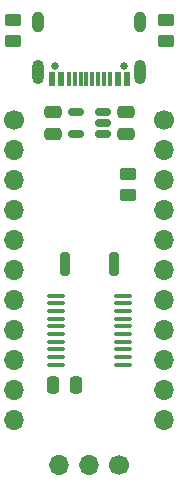
<source format=gbr>
%TF.GenerationSoftware,KiCad,Pcbnew,8.0.3*%
%TF.CreationDate,2024-08-17T22:20:40+01:00*%
%TF.ProjectId,TSSOP_Board,5453534f-505f-4426-9f61-72642e6b6963,rev?*%
%TF.SameCoordinates,Original*%
%TF.FileFunction,Soldermask,Top*%
%TF.FilePolarity,Negative*%
%FSLAX46Y46*%
G04 Gerber Fmt 4.6, Leading zero omitted, Abs format (unit mm)*
G04 Created by KiCad (PCBNEW 8.0.3) date 2024-08-17 22:20:40*
%MOMM*%
%LPD*%
G01*
G04 APERTURE LIST*
G04 Aperture macros list*
%AMRoundRect*
0 Rectangle with rounded corners*
0 $1 Rounding radius*
0 $2 $3 $4 $5 $6 $7 $8 $9 X,Y pos of 4 corners*
0 Add a 4 corners polygon primitive as box body*
4,1,4,$2,$3,$4,$5,$6,$7,$8,$9,$2,$3,0*
0 Add four circle primitives for the rounded corners*
1,1,$1+$1,$2,$3*
1,1,$1+$1,$4,$5*
1,1,$1+$1,$6,$7*
1,1,$1+$1,$8,$9*
0 Add four rect primitives between the rounded corners*
20,1,$1+$1,$2,$3,$4,$5,0*
20,1,$1+$1,$4,$5,$6,$7,0*
20,1,$1+$1,$6,$7,$8,$9,0*
20,1,$1+$1,$8,$9,$2,$3,0*%
G04 Aperture macros list end*
%ADD10RoundRect,0.150000X0.512500X0.150000X-0.512500X0.150000X-0.512500X-0.150000X0.512500X-0.150000X0*%
%ADD11RoundRect,0.250000X0.250000X0.475000X-0.250000X0.475000X-0.250000X-0.475000X0.250000X-0.475000X0*%
%ADD12RoundRect,0.200000X-0.200000X-0.800000X0.200000X-0.800000X0.200000X0.800000X-0.200000X0.800000X0*%
%ADD13RoundRect,0.250000X-0.450000X0.262500X-0.450000X-0.262500X0.450000X-0.262500X0.450000X0.262500X0*%
%ADD14RoundRect,0.250000X0.450000X-0.262500X0.450000X0.262500X-0.450000X0.262500X-0.450000X-0.262500X0*%
%ADD15C,0.650000*%
%ADD16R,0.600000X1.240000*%
%ADD17R,0.300000X1.240000*%
%ADD18O,1.000000X2.100000*%
%ADD19O,1.000000X1.800000*%
%ADD20RoundRect,0.250000X-0.475000X0.250000X-0.475000X-0.250000X0.475000X-0.250000X0.475000X0.250000X0*%
%ADD21C,1.700000*%
%ADD22O,1.700000X1.700000*%
%ADD23RoundRect,0.250000X0.475000X-0.250000X0.475000X0.250000X-0.475000X0.250000X-0.475000X-0.250000X0*%
%ADD24RoundRect,0.100000X-0.637500X-0.100000X0.637500X-0.100000X0.637500X0.100000X-0.637500X0.100000X0*%
G04 APERTURE END LIST*
D10*
%TO.C,U1*%
X119247500Y-57083999D03*
X119247500Y-56134000D03*
X119247500Y-55184001D03*
X116972500Y-55184001D03*
X116972500Y-57083999D03*
%TD*%
D11*
%TO.C,C3*%
X116949999Y-78300000D03*
X115050001Y-78300000D03*
%TD*%
D12*
%TO.C,SW1*%
X116010000Y-68072000D03*
X120210000Y-68072000D03*
%TD*%
D13*
%TO.C,R3*%
X121412000Y-60405000D03*
X121412000Y-62230000D03*
%TD*%
D14*
%TO.C,R1*%
X124600000Y-49215000D03*
X124600000Y-47390000D03*
%TD*%
%TO.C,R2*%
X111600000Y-49215000D03*
X111600000Y-47390000D03*
%TD*%
D15*
%TO.C,J1*%
X121000000Y-51280000D03*
X115220000Y-51280000D03*
D16*
X121310000Y-52400000D03*
X120510000Y-52400000D03*
D17*
X119360000Y-52400000D03*
X118360000Y-52400000D03*
X117860000Y-52400000D03*
X116860000Y-52400000D03*
D16*
X115710000Y-52400000D03*
X114910000Y-52400000D03*
X114910000Y-52400000D03*
X115710000Y-52400000D03*
D17*
X116360000Y-52400000D03*
X117360000Y-52400000D03*
X118860000Y-52400000D03*
X119860000Y-52400000D03*
D16*
X120510000Y-52400000D03*
X121310000Y-52400000D03*
D18*
X122430000Y-51800000D03*
D19*
X122430000Y-47600000D03*
D18*
X113790000Y-51800000D03*
D19*
X113790000Y-47600000D03*
%TD*%
D20*
%TO.C,C1*%
X121210000Y-55184001D03*
X121210000Y-57083999D03*
%TD*%
D21*
%TO.C,J3*%
X124460000Y-55880000D03*
D22*
X124460000Y-58420000D03*
X124460000Y-60960000D03*
X124460000Y-63500000D03*
X124460000Y-66040000D03*
X124460000Y-68580000D03*
X124460000Y-71120000D03*
X124460000Y-73660000D03*
X124460000Y-76200000D03*
X124460000Y-78740000D03*
X124460000Y-81280000D03*
%TD*%
D21*
%TO.C,J4*%
X120635000Y-85115000D03*
D22*
X118095000Y-85115000D03*
X115555001Y-85115000D03*
%TD*%
D23*
%TO.C,C2*%
X115010000Y-57083999D03*
X115010000Y-55184001D03*
%TD*%
D22*
%TO.C,J2*%
X111760000Y-81280000D03*
X111760000Y-78740000D03*
X111760000Y-76200000D03*
X111760000Y-73660000D03*
X111760000Y-71120000D03*
X111760000Y-68580000D03*
X111760000Y-66040000D03*
X111760000Y-63500000D03*
X111760000Y-60960000D03*
X111760000Y-58420000D03*
D21*
X111760000Y-55880000D03*
%TD*%
D24*
%TO.C,U2*%
X115247500Y-70735000D03*
X115247500Y-71385000D03*
X115247500Y-72035000D03*
X115247500Y-72685000D03*
X115247500Y-73335000D03*
X115247500Y-73985000D03*
X115247500Y-74635000D03*
X115247500Y-75285000D03*
X115247500Y-75935000D03*
X115247500Y-76585000D03*
X120972500Y-76585000D03*
X120972500Y-75935000D03*
X120972500Y-75285000D03*
X120972500Y-74635000D03*
X120972500Y-73985000D03*
X120972500Y-73335000D03*
X120972500Y-72685000D03*
X120972500Y-72035000D03*
X120972500Y-71385000D03*
X120972500Y-70735000D03*
%TD*%
M02*

</source>
